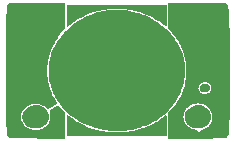
<source format=gbo>
G04 Layer: BottomSilkLayer*
G04 EasyEDA v6.4.19.4, 2021-05-22T17:12:30+02:00*
G04 60ca6d144bf64f37953a992c9f1d910e,8dc9eacff13444d6b60fd3cb587e6cd5,10*
G04 Gerber Generator version 0.2*
G04 Scale: 100 percent, Rotated: No, Reflected: No *
G04 Dimensions in inches *
G04 leading zeros omitted , absolute positions ,3 integer and 6 decimal *
%FSLAX36Y36*%
%MOIN*%

%ADD10C,0.0001*%

%LPD*%
G36*
X722780Y-647720D02*
G01*
X535260Y-649120D01*
X529880Y-658720D01*
X529340Y-660600D01*
X528840Y-663580D01*
X528360Y-667660D01*
X527460Y-678840D01*
X526680Y-693680D01*
X525980Y-711760D01*
X525400Y-732600D01*
X524920Y-755819D01*
X524480Y-784180D01*
X524180Y-814360D01*
X524000Y-849240D01*
X524000Y-902420D01*
X524200Y-937200D01*
X524520Y-967200D01*
X524920Y-992320D01*
X525400Y-1015520D01*
X525980Y-1036380D01*
X526680Y-1054460D01*
X527460Y-1069300D01*
X528360Y-1080460D01*
X528840Y-1084540D01*
X529340Y-1087540D01*
X529600Y-1088620D01*
X529880Y-1089400D01*
X535260Y-1099000D01*
X722780Y-1100420D01*
X722780Y-1014840D01*
X706200Y-995620D01*
X704700Y-994060D01*
X703319Y-992800D01*
X702039Y-991840D01*
X700800Y-991200D01*
X699539Y-990860D01*
X698220Y-990800D01*
X696800Y-991020D01*
X695220Y-991520D01*
X693420Y-992280D01*
X688980Y-994580D01*
X678960Y-1000200D01*
X675720Y-1002200D01*
X673340Y-1003920D01*
X671740Y-1005500D01*
X670800Y-1007020D01*
X670460Y-1008600D01*
X670580Y-1010360D01*
X671720Y-1014419D01*
X672640Y-1018360D01*
X673220Y-1022200D01*
X673480Y-1025939D01*
X673400Y-1029580D01*
X673040Y-1033100D01*
X672380Y-1036500D01*
X671440Y-1039780D01*
X670260Y-1042940D01*
X668820Y-1045960D01*
X667140Y-1048820D01*
X665240Y-1051560D01*
X663139Y-1054140D01*
X660840Y-1056540D01*
X658379Y-1058800D01*
X655740Y-1060880D01*
X652940Y-1062780D01*
X650020Y-1064500D01*
X646979Y-1066040D01*
X643820Y-1067380D01*
X640560Y-1068520D01*
X637220Y-1069460D01*
X633820Y-1070180D01*
X630360Y-1070680D01*
X626860Y-1070960D01*
X623340Y-1071020D01*
X619800Y-1070840D01*
X616260Y-1070420D01*
X612720Y-1069740D01*
X609240Y-1068820D01*
X605780Y-1067640D01*
X602380Y-1066200D01*
X599040Y-1064480D01*
X595800Y-1062500D01*
X592640Y-1060220D01*
X589600Y-1057660D01*
X586700Y-1054800D01*
X585280Y-1053280D01*
X582580Y-1049960D01*
X580280Y-1046640D01*
X578380Y-1043280D01*
X576880Y-1039900D01*
X576280Y-1038220D01*
X575360Y-1034840D01*
X574780Y-1031480D01*
X574580Y-1028139D01*
X574680Y-1024840D01*
X575120Y-1021600D01*
X575860Y-1018400D01*
X576880Y-1015280D01*
X578180Y-1012240D01*
X579740Y-1009300D01*
X581540Y-1006460D01*
X583580Y-1003720D01*
X585820Y-1001120D01*
X588280Y-998660D01*
X590900Y-996340D01*
X593720Y-994180D01*
X596680Y-992200D01*
X599780Y-990400D01*
X603020Y-988800D01*
X606360Y-987380D01*
X609820Y-986200D01*
X613340Y-985240D01*
X616940Y-984520D01*
X620600Y-984040D01*
X624280Y-983840D01*
X628000Y-983900D01*
X631740Y-984240D01*
X635460Y-984880D01*
X639160Y-985840D01*
X642840Y-987099D01*
X646460Y-988680D01*
X650040Y-990620D01*
X653520Y-992900D01*
X665240Y-1001979D01*
X695460Y-984120D01*
X695520Y-983640D01*
X695200Y-982600D01*
X693620Y-979040D01*
X690960Y-973980D01*
X684040Y-961900D01*
X681880Y-957800D01*
X679840Y-953660D01*
X677920Y-949479D01*
X675240Y-943120D01*
X673620Y-938820D01*
X672099Y-934500D01*
X670680Y-930140D01*
X668780Y-923540D01*
X667159Y-916880D01*
X666200Y-912400D01*
X665360Y-907900D01*
X664640Y-903379D01*
X664020Y-898840D01*
X663319Y-892000D01*
X662780Y-882840D01*
X662680Y-878259D01*
X662680Y-873660D01*
X662800Y-869040D01*
X663020Y-864440D01*
X663580Y-857540D01*
X664380Y-850639D01*
X665840Y-841480D01*
X666740Y-836900D01*
X667740Y-832360D01*
X668860Y-827820D01*
X670080Y-823300D01*
X671400Y-818800D01*
X672840Y-814320D01*
X675220Y-807660D01*
X676919Y-803259D01*
X678740Y-798880D01*
X682720Y-790220D01*
X687099Y-781720D01*
X689460Y-777540D01*
X691919Y-773400D01*
X694500Y-769300D01*
X697180Y-765260D01*
X699960Y-761260D01*
X705840Y-753439D01*
X722780Y-732960D01*
G37*
G36*
X1064800Y-647800D02*
G01*
X1064800Y-731320D01*
X1079880Y-748360D01*
X1086000Y-755819D01*
X1090300Y-761560D01*
X1093040Y-765460D01*
X1095660Y-769400D01*
X1098180Y-773400D01*
X1100600Y-777460D01*
X1102900Y-781560D01*
X1105100Y-785699D01*
X1107200Y-789880D01*
X1109200Y-794100D01*
X1111080Y-798360D01*
X1114520Y-806979D01*
X1116080Y-811320D01*
X1118220Y-817920D01*
X1120120Y-824560D01*
X1121780Y-831260D01*
X1123200Y-837980D01*
X1124380Y-844760D01*
X1125300Y-851560D01*
X1125800Y-856100D01*
X1126180Y-860639D01*
X1126640Y-869740D01*
X1126700Y-874300D01*
X1126580Y-881120D01*
X1126080Y-890200D01*
X1125660Y-894720D01*
X1124820Y-901500D01*
X1123360Y-910460D01*
X1122460Y-914900D01*
X1120340Y-923740D01*
X1119120Y-928120D01*
X1117792Y-932420D01*
X1166920Y-932420D01*
X1166920Y-930500D01*
X1167140Y-928600D01*
X1167540Y-926720D01*
X1168180Y-924880D01*
X1169020Y-923100D01*
X1170100Y-921380D01*
X1171400Y-919760D01*
X1172940Y-918240D01*
X1174720Y-916860D01*
X1176680Y-915580D01*
X1178680Y-914500D01*
X1180700Y-913600D01*
X1182700Y-912900D01*
X1184720Y-912360D01*
X1186740Y-912000D01*
X1188720Y-911820D01*
X1190660Y-911820D01*
X1192580Y-911979D01*
X1194440Y-912320D01*
X1196260Y-912820D01*
X1198000Y-913500D01*
X1199660Y-914320D01*
X1201220Y-915320D01*
X1202700Y-916460D01*
X1204080Y-917780D01*
X1205340Y-919240D01*
X1206460Y-920860D01*
X1207460Y-922620D01*
X1208320Y-924539D01*
X1209060Y-926700D01*
X1209580Y-928820D01*
X1209880Y-930879D01*
X1209960Y-932900D01*
X1209840Y-934840D01*
X1209520Y-936720D01*
X1209000Y-938520D01*
X1208280Y-940220D01*
X1207400Y-941840D01*
X1206320Y-943360D01*
X1205080Y-944760D01*
X1203660Y-946040D01*
X1202100Y-947200D01*
X1200360Y-948240D01*
X1198480Y-949140D01*
X1196460Y-949880D01*
X1194320Y-950480D01*
X1192020Y-950900D01*
X1189620Y-951180D01*
X1187080Y-951260D01*
X1184760Y-951140D01*
X1182540Y-950800D01*
X1180460Y-950220D01*
X1178500Y-949460D01*
X1176660Y-948500D01*
X1174980Y-947380D01*
X1173420Y-946120D01*
X1172020Y-944700D01*
X1170780Y-943180D01*
X1169700Y-941540D01*
X1168780Y-939840D01*
X1168040Y-938040D01*
X1167480Y-936200D01*
X1167100Y-934320D01*
X1166920Y-932420D01*
X1117780Y-932460D01*
X1115600Y-938940D01*
X1114000Y-943199D01*
X1112300Y-947420D01*
X1110480Y-951620D01*
X1107580Y-957820D01*
X1105500Y-961900D01*
X1103320Y-965939D01*
X1101020Y-969940D01*
X1096120Y-977760D01*
X1093500Y-981580D01*
X1090780Y-985360D01*
X1087960Y-989060D01*
X1085020Y-992700D01*
X1081980Y-996300D01*
X1064800Y-1015080D01*
X1064800Y-1100340D01*
X1163820Y-1100340D01*
X1163880Y-1083560D01*
X1164040Y-1079360D01*
X1164280Y-1076200D01*
X1164560Y-1074560D01*
X1164020Y-1073660D01*
X1162000Y-1072560D01*
X1158820Y-1071400D01*
X1152600Y-1069800D01*
X1148380Y-1068520D01*
X1144420Y-1067020D01*
X1140740Y-1065300D01*
X1137340Y-1063400D01*
X1134200Y-1061300D01*
X1131320Y-1059020D01*
X1128700Y-1056580D01*
X1126340Y-1054020D01*
X1124240Y-1051320D01*
X1122400Y-1048500D01*
X1120820Y-1045580D01*
X1119480Y-1042580D01*
X1118400Y-1039520D01*
X1117580Y-1036400D01*
X1117000Y-1033240D01*
X1116660Y-1030060D01*
X1116560Y-1026860D01*
X1116720Y-1023660D01*
X1117120Y-1020500D01*
X1117740Y-1017360D01*
X1118620Y-1014260D01*
X1119720Y-1011240D01*
X1121060Y-1008280D01*
X1122620Y-1005420D01*
X1124420Y-1002680D01*
X1126460Y-1000040D01*
X1128700Y-997540D01*
X1131180Y-995200D01*
X1133880Y-993020D01*
X1136820Y-991020D01*
X1139960Y-989220D01*
X1143320Y-987640D01*
X1146880Y-986260D01*
X1150680Y-985140D01*
X1154680Y-984260D01*
X1158880Y-983640D01*
X1163300Y-983319D01*
X1167900Y-983300D01*
X1172360Y-983600D01*
X1176600Y-984240D01*
X1180640Y-985180D01*
X1184440Y-986400D01*
X1188040Y-987900D01*
X1191400Y-989640D01*
X1194560Y-991620D01*
X1197460Y-993820D01*
X1200140Y-996220D01*
X1202560Y-998800D01*
X1204760Y-1001540D01*
X1206720Y-1004419D01*
X1208400Y-1007440D01*
X1209860Y-1010580D01*
X1211040Y-1013800D01*
X1211980Y-1017099D01*
X1212640Y-1020460D01*
X1213040Y-1023840D01*
X1213180Y-1027280D01*
X1213040Y-1030699D01*
X1212620Y-1034120D01*
X1211920Y-1037500D01*
X1210920Y-1040840D01*
X1209660Y-1044120D01*
X1208100Y-1047300D01*
X1206240Y-1050400D01*
X1204080Y-1053380D01*
X1202900Y-1054820D01*
X1200280Y-1057580D01*
X1197360Y-1060180D01*
X1194140Y-1062620D01*
X1190600Y-1064840D01*
X1186740Y-1066860D01*
X1182560Y-1068640D01*
X1177240Y-1070760D01*
X1175260Y-1071680D01*
X1173660Y-1072600D01*
X1172400Y-1073560D01*
X1171460Y-1074640D01*
X1170780Y-1075900D01*
X1170320Y-1077400D01*
X1170040Y-1079200D01*
X1169880Y-1081360D01*
X1169820Y-1083940D01*
X1169820Y-1100480D01*
X1261320Y-1099000D01*
X1266740Y-1089400D01*
X1267140Y-1088100D01*
X1267640Y-1085360D01*
X1268120Y-1081500D01*
X1268580Y-1076580D01*
X1269400Y-1063800D01*
X1270100Y-1047460D01*
X1270680Y-1028020D01*
X1271160Y-1005920D01*
X1271520Y-981600D01*
X1271800Y-952159D01*
X1271940Y-924620D01*
X1271940Y-871140D01*
X1271620Y-824740D01*
X1271260Y-793640D01*
X1270840Y-767320D01*
X1270320Y-742680D01*
X1269700Y-720200D01*
X1269000Y-700300D01*
X1268200Y-683439D01*
X1267300Y-670060D01*
X1266840Y-664820D01*
X1266340Y-660600D01*
X1265560Y-656360D01*
X1265280Y-655540D01*
X1265000Y-655000D01*
X1259680Y-647800D01*
G37*
G36*
X728780Y-655780D02*
G01*
X728780Y-727660D01*
X750840Y-711860D01*
X756640Y-707940D01*
X764520Y-702980D01*
X772580Y-698360D01*
X780800Y-694060D01*
X789180Y-690080D01*
X797720Y-686420D01*
X806360Y-683100D01*
X815140Y-680100D01*
X819560Y-678720D01*
X828480Y-676220D01*
X832980Y-675080D01*
X839760Y-673540D01*
X844320Y-672600D01*
X851160Y-671360D01*
X858060Y-670300D01*
X864960Y-669440D01*
X869580Y-668960D01*
X876540Y-668379D01*
X883500Y-668000D01*
X890480Y-667800D01*
X897460Y-667780D01*
X906760Y-668040D01*
X916060Y-668640D01*
X925320Y-669560D01*
X934560Y-670800D01*
X943760Y-672360D01*
X950600Y-673760D01*
X959700Y-675900D01*
X964200Y-677099D01*
X970939Y-679040D01*
X979820Y-681919D01*
X986420Y-684300D01*
X995120Y-687740D01*
X1003680Y-691520D01*
X1012120Y-695639D01*
X1018340Y-698920D01*
X1026520Y-703600D01*
X1034520Y-708620D01*
X1043840Y-714880D01*
X1053140Y-720960D01*
X1056620Y-723120D01*
X1059040Y-724500D01*
X1060200Y-725000D01*
X1060360Y-724820D01*
X1060680Y-723439D01*
X1060960Y-720800D01*
X1061440Y-712360D01*
X1061740Y-700639D01*
X1061800Y-693920D01*
X1061800Y-655780D01*
G37*
G36*
X892200Y-670740D02*
G01*
X883199Y-670960D01*
X876480Y-671340D01*
X869820Y-671919D01*
X861000Y-672980D01*
X856620Y-673640D01*
X850100Y-674760D01*
X841480Y-676540D01*
X837220Y-677540D01*
X828780Y-679780D01*
X822520Y-681660D01*
X814280Y-684400D01*
X806200Y-687440D01*
X798240Y-690759D01*
X794320Y-692500D01*
X788520Y-695260D01*
X780920Y-699180D01*
X777180Y-701220D01*
X771660Y-704419D01*
X766240Y-707740D01*
X759180Y-712380D01*
X754000Y-716020D01*
X748940Y-719780D01*
X744000Y-723660D01*
X737600Y-729040D01*
X731420Y-734599D01*
X725480Y-740380D01*
X722600Y-743340D01*
X718379Y-747860D01*
X712980Y-754060D01*
X707820Y-760440D01*
X702940Y-766979D01*
X699460Y-771979D01*
X696140Y-777080D01*
X691960Y-784020D01*
X688080Y-791080D01*
X685360Y-796480D01*
X682820Y-801940D01*
X679700Y-809340D01*
X676900Y-816860D01*
X674440Y-824479D01*
X672320Y-832200D01*
X670560Y-840020D01*
X669140Y-847940D01*
X668560Y-851919D01*
X667880Y-857940D01*
X667540Y-861960D01*
X667200Y-868040D01*
X667099Y-876200D01*
X667380Y-884419D01*
X668080Y-892680D01*
X669180Y-900980D01*
X669880Y-905140D01*
X671620Y-913500D01*
X673700Y-921720D01*
X675480Y-927740D01*
X677440Y-933660D01*
X678820Y-937540D01*
X681060Y-943259D01*
X683439Y-948880D01*
X685120Y-952540D01*
X687780Y-957960D01*
X689640Y-961520D01*
X692540Y-966740D01*
X694560Y-970160D01*
X698800Y-976840D01*
X701000Y-980100D01*
X705600Y-986460D01*
X708000Y-989560D01*
X711700Y-994120D01*
X716820Y-1000000D01*
X722159Y-1005680D01*
X724900Y-1008420D01*
X729120Y-1012460D01*
X734920Y-1017660D01*
X742440Y-1023840D01*
X745520Y-1026220D01*
X750220Y-1029680D01*
X755040Y-1033020D01*
X759920Y-1036220D01*
X764900Y-1039320D01*
X768280Y-1041320D01*
X773400Y-1044200D01*
X778600Y-1046960D01*
X787420Y-1051260D01*
X794620Y-1054460D01*
X800080Y-1056720D01*
X807480Y-1059520D01*
X814960Y-1062080D01*
X822540Y-1064420D01*
X830200Y-1066540D01*
X834060Y-1067500D01*
X841820Y-1069260D01*
X849640Y-1070800D01*
X857520Y-1072100D01*
X863460Y-1072920D01*
X871400Y-1073800D01*
X879380Y-1074440D01*
X887380Y-1074840D01*
X893379Y-1075000D01*
X903379Y-1074940D01*
X911380Y-1074620D01*
X917380Y-1074220D01*
X923360Y-1073700D01*
X933280Y-1072500D01*
X941180Y-1071260D01*
X945120Y-1070560D01*
X954900Y-1068520D01*
X964580Y-1066080D01*
X970340Y-1064440D01*
X976040Y-1062660D01*
X983580Y-1060060D01*
X991040Y-1057200D01*
X996560Y-1054900D01*
X1003820Y-1051600D01*
X1009180Y-1048960D01*
X1014479Y-1046160D01*
X1019720Y-1043240D01*
X1024880Y-1040160D01*
X1029940Y-1036940D01*
X1036580Y-1032420D01*
X1043060Y-1027620D01*
X1046240Y-1025140D01*
X1050920Y-1021280D01*
X1055500Y-1017280D01*
X1061460Y-1011700D01*
X1067220Y-1005860D01*
X1072780Y-999760D01*
X1076820Y-995000D01*
X1080740Y-990100D01*
X1085760Y-983319D01*
X1088200Y-979840D01*
X1091720Y-974479D01*
X1096220Y-967099D01*
X1098500Y-963100D01*
X1102720Y-955040D01*
X1104680Y-951000D01*
X1107400Y-944920D01*
X1109100Y-940860D01*
X1112160Y-932700D01*
X1114820Y-924500D01*
X1117080Y-916300D01*
X1118060Y-912200D01*
X1119700Y-903980D01*
X1120960Y-895780D01*
X1121660Y-889640D01*
X1122000Y-885540D01*
X1122320Y-879419D01*
X1122420Y-871260D01*
X1122340Y-867200D01*
X1122160Y-863160D01*
X1121700Y-857120D01*
X1121300Y-853100D01*
X1120500Y-847099D01*
X1119860Y-843120D01*
X1118740Y-837200D01*
X1117400Y-831300D01*
X1115320Y-823520D01*
X1114160Y-819659D01*
X1111560Y-812020D01*
X1108620Y-804479D01*
X1106180Y-798900D01*
X1102660Y-791580D01*
X1098800Y-784360D01*
X1094620Y-777300D01*
X1090120Y-770360D01*
X1087760Y-766960D01*
X1084060Y-761919D01*
X1080200Y-756979D01*
X1076160Y-752140D01*
X1070500Y-745819D01*
X1064540Y-739700D01*
X1059900Y-735240D01*
X1055080Y-730900D01*
X1051780Y-728060D01*
X1046700Y-723900D01*
X1039680Y-718560D01*
X1036060Y-715960D01*
X1030500Y-712180D01*
X1022860Y-707360D01*
X1018960Y-705040D01*
X1010920Y-700580D01*
X1002640Y-696400D01*
X994100Y-692460D01*
X987520Y-689700D01*
X980819Y-687099D01*
X973960Y-684659D01*
X969340Y-683120D01*
X959880Y-680280D01*
X955080Y-678980D01*
X947740Y-677159D01*
X937980Y-675060D01*
X928760Y-673460D01*
X919560Y-672220D01*
X910400Y-671380D01*
X901280Y-670879D01*
G37*
G36*
X1188700Y-916860D02*
G01*
X1186440Y-917039D01*
X1184180Y-917500D01*
X1181960Y-918220D01*
X1179820Y-919200D01*
X1177760Y-920460D01*
X1175820Y-921979D01*
X1174340Y-923439D01*
X1173140Y-924940D01*
X1172200Y-926500D01*
X1171500Y-928100D01*
X1171040Y-929700D01*
X1170800Y-931320D01*
X1170800Y-932920D01*
X1171000Y-934500D01*
X1171420Y-936020D01*
X1172040Y-937500D01*
X1172860Y-938900D01*
X1173860Y-940220D01*
X1175060Y-941440D01*
X1176400Y-942560D01*
X1177940Y-943520D01*
X1179620Y-944360D01*
X1181440Y-945020D01*
X1183420Y-945520D01*
X1185540Y-945840D01*
X1187780Y-945939D01*
X1190100Y-945840D01*
X1192320Y-945540D01*
X1194380Y-945040D01*
X1196300Y-944400D01*
X1198040Y-943580D01*
X1199640Y-942620D01*
X1201080Y-941520D01*
X1202320Y-940320D01*
X1203380Y-939000D01*
X1204260Y-937600D01*
X1204940Y-936120D01*
X1205400Y-934580D01*
X1205660Y-932980D01*
X1205680Y-931340D01*
X1205500Y-929680D01*
X1205060Y-928020D01*
X1204380Y-926360D01*
X1203460Y-924720D01*
X1202300Y-923100D01*
X1200840Y-921520D01*
X1199140Y-920060D01*
X1197260Y-918880D01*
X1195240Y-917960D01*
X1193120Y-917320D01*
X1190940Y-916960D01*
G37*
G36*
X624820Y-988280D02*
G01*
X620940Y-988480D01*
X619020Y-988680D01*
X615220Y-989340D01*
X611520Y-990280D01*
X607920Y-991500D01*
X604440Y-993000D01*
X601100Y-994720D01*
X597940Y-996700D01*
X594960Y-998880D01*
X592180Y-1001260D01*
X589620Y-1003840D01*
X587320Y-1006580D01*
X585260Y-1009479D01*
X583520Y-1012540D01*
X582060Y-1015720D01*
X580940Y-1019000D01*
X580160Y-1022400D01*
X579760Y-1025879D01*
X579700Y-1027640D01*
X579880Y-1031220D01*
X580120Y-1033020D01*
X580940Y-1036660D01*
X582200Y-1040340D01*
X584000Y-1044120D01*
X585060Y-1046000D01*
X587420Y-1049500D01*
X588720Y-1051140D01*
X591520Y-1054160D01*
X593000Y-1055540D01*
X596160Y-1058080D01*
X599520Y-1060280D01*
X603060Y-1062180D01*
X604900Y-1063000D01*
X608660Y-1064380D01*
X612540Y-1065460D01*
X616520Y-1066200D01*
X620540Y-1066620D01*
X624580Y-1066700D01*
X628640Y-1066460D01*
X632680Y-1065880D01*
X634680Y-1065480D01*
X638620Y-1064400D01*
X642480Y-1063000D01*
X646200Y-1061280D01*
X649800Y-1059220D01*
X653199Y-1056820D01*
X656420Y-1054100D01*
X659400Y-1051040D01*
X662120Y-1047640D01*
X663379Y-1045819D01*
X664560Y-1043900D01*
X665639Y-1041880D01*
X666540Y-1039780D01*
X667280Y-1037640D01*
X667860Y-1035460D01*
X668259Y-1033240D01*
X668520Y-1030980D01*
X668600Y-1028720D01*
X668520Y-1026420D01*
X668300Y-1024140D01*
X667920Y-1021860D01*
X667380Y-1019580D01*
X666700Y-1017320D01*
X665879Y-1015100D01*
X664920Y-1012900D01*
X663820Y-1010740D01*
X662580Y-1008640D01*
X661200Y-1006600D01*
X659700Y-1004620D01*
X658080Y-1002720D01*
X656320Y-1000900D01*
X654440Y-999160D01*
X652440Y-997520D01*
X650320Y-996000D01*
X648080Y-994580D01*
X644300Y-992560D01*
X640460Y-990960D01*
X636560Y-989760D01*
X634620Y-989280D01*
X632660Y-988900D01*
X628720Y-988420D01*
G37*
G36*
X1166220Y-988720D02*
G01*
X1164020Y-988780D01*
X1159600Y-989220D01*
X1157400Y-989560D01*
X1153060Y-990540D01*
X1148820Y-991860D01*
X1144720Y-993520D01*
X1140800Y-995500D01*
X1137120Y-997760D01*
X1133700Y-1000320D01*
X1132100Y-1001700D01*
X1130580Y-1003160D01*
X1127820Y-1006240D01*
X1126580Y-1007880D01*
X1124420Y-1011320D01*
X1123520Y-1013139D01*
X1122720Y-1015000D01*
X1122060Y-1016900D01*
X1121500Y-1018960D01*
X1121100Y-1021060D01*
X1120820Y-1023180D01*
X1120700Y-1025340D01*
X1120720Y-1027520D01*
X1120860Y-1029700D01*
X1121140Y-1031900D01*
X1121540Y-1034080D01*
X1122060Y-1036240D01*
X1122700Y-1038379D01*
X1123460Y-1040500D01*
X1124320Y-1042560D01*
X1125300Y-1044599D01*
X1126380Y-1046560D01*
X1127560Y-1048460D01*
X1128840Y-1050300D01*
X1130200Y-1052060D01*
X1131660Y-1053720D01*
X1134840Y-1056760D01*
X1136540Y-1058100D01*
X1138320Y-1059340D01*
X1140180Y-1060440D01*
X1142080Y-1061400D01*
X1146140Y-1063100D01*
X1150160Y-1064440D01*
X1154100Y-1065440D01*
X1158000Y-1066120D01*
X1161820Y-1066480D01*
X1165540Y-1066560D01*
X1169180Y-1066340D01*
X1172720Y-1065860D01*
X1176160Y-1065120D01*
X1179460Y-1064140D01*
X1182640Y-1062940D01*
X1185680Y-1061520D01*
X1188580Y-1059900D01*
X1191320Y-1058080D01*
X1193900Y-1056100D01*
X1196320Y-1053960D01*
X1198540Y-1051660D01*
X1200560Y-1049240D01*
X1202400Y-1046700D01*
X1204020Y-1044040D01*
X1205420Y-1041300D01*
X1206600Y-1038480D01*
X1207540Y-1035600D01*
X1208220Y-1032660D01*
X1208660Y-1029680D01*
X1208840Y-1026680D01*
X1208740Y-1023660D01*
X1208360Y-1020660D01*
X1207700Y-1017660D01*
X1206720Y-1014700D01*
X1205440Y-1011780D01*
X1203860Y-1008920D01*
X1202940Y-1007500D01*
X1200840Y-1004760D01*
X1198400Y-1002080D01*
X1195620Y-999539D01*
X1192500Y-997099D01*
X1188980Y-994780D01*
X1187100Y-993680D01*
X1185180Y-992700D01*
X1183220Y-991820D01*
X1181200Y-991060D01*
X1179160Y-990400D01*
X1177060Y-989860D01*
X1174940Y-989419D01*
X1170620Y-988860D01*
G37*
G36*
X728780Y-1020500D02*
G01*
X728780Y-1092360D01*
X1061800Y-1092360D01*
X1061760Y-1046340D01*
X1061640Y-1038460D01*
X1061400Y-1032320D01*
X1061040Y-1027760D01*
X1060540Y-1024620D01*
X1060240Y-1023560D01*
X1059880Y-1022800D01*
X1059500Y-1022320D01*
X1059060Y-1022099D01*
X1058580Y-1022140D01*
X1057380Y-1022880D01*
X1035260Y-1038560D01*
X1027700Y-1043560D01*
X1023840Y-1045960D01*
X1015960Y-1050480D01*
X1007880Y-1054660D01*
X999599Y-1058540D01*
X993280Y-1061220D01*
X986880Y-1063720D01*
X978199Y-1066780D01*
X969360Y-1069500D01*
X962680Y-1071340D01*
X955900Y-1072980D01*
X951360Y-1073980D01*
X944520Y-1075320D01*
X937600Y-1076480D01*
X932980Y-1077160D01*
X923680Y-1078260D01*
X919000Y-1078680D01*
X911979Y-1079180D01*
X902580Y-1079540D01*
X893160Y-1079600D01*
X883720Y-1079320D01*
X874300Y-1078720D01*
X864900Y-1077800D01*
X860200Y-1077220D01*
X850860Y-1075800D01*
X841580Y-1074080D01*
X832360Y-1072020D01*
X825520Y-1070260D01*
X820980Y-1069000D01*
X814220Y-1066940D01*
X805300Y-1063920D01*
X796520Y-1060580D01*
X792180Y-1058780D01*
X785740Y-1055940D01*
X777280Y-1051860D01*
X773139Y-1049720D01*
X766979Y-1046320D01*
X762940Y-1043980D01*
X755020Y-1039020D01*
X751120Y-1036420D01*
G37*
M02*

</source>
